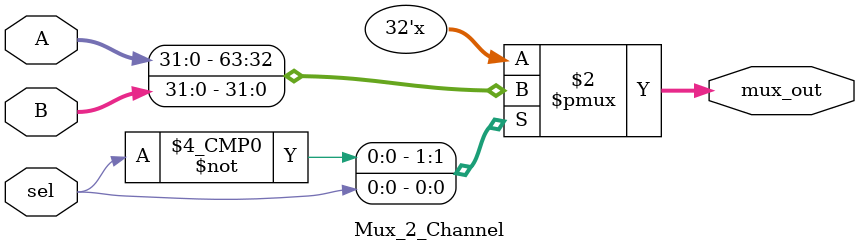
<source format=v>
`timescale 1ns / 1ps
module Mux_2_Channel( A, B , sel, mux_out );
input [31:0] A, B;
input sel;
output reg [31:0] mux_out;
always @ (sel or A or B)
begin
 case( sel ) 
    1'b0 : mux_out = A;
    1'b1 : mux_out = B;
 endcase 
end

endmodule 
</source>
